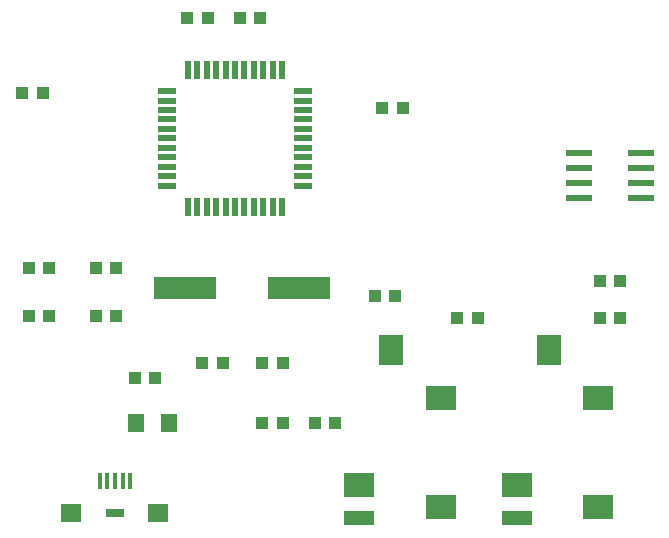
<source format=gtp>
G75*
%MOIN*%
%OFA0B0*%
%FSLAX24Y24*%
%IPPOS*%
%LPD*%
%AMOC8*
5,1,8,0,0,1.08239X$1,22.5*
%
%ADD10R,0.0591X0.0197*%
%ADD11R,0.0197X0.0591*%
%ADD12R,0.2100X0.0760*%
%ADD13R,0.0157X0.0551*%
%ADD14R,0.0709X0.0591*%
%ADD15R,0.0591X0.0276*%
%ADD16R,0.0433X0.0394*%
%ADD17R,0.0984X0.0787*%
%ADD18R,0.0787X0.0984*%
%ADD19R,0.0984X0.0472*%
%ADD20R,0.0551X0.0630*%
%ADD21R,0.0866X0.0236*%
D10*
X006317Y013060D03*
X006317Y013375D03*
X006317Y013690D03*
X006317Y014005D03*
X006317Y014320D03*
X006317Y014635D03*
X006317Y014950D03*
X006317Y015265D03*
X006317Y015580D03*
X006317Y015894D03*
X006317Y016209D03*
X010883Y016209D03*
X010883Y015894D03*
X010883Y015580D03*
X010883Y015265D03*
X010883Y014950D03*
X010883Y014635D03*
X010883Y014320D03*
X010883Y014005D03*
X010883Y013690D03*
X010883Y013375D03*
X010883Y013060D03*
D11*
X010175Y012351D03*
X009860Y012351D03*
X009545Y012351D03*
X009230Y012351D03*
X008915Y012351D03*
X008600Y012351D03*
X008285Y012351D03*
X007970Y012351D03*
X007655Y012351D03*
X007340Y012351D03*
X007025Y012351D03*
X007025Y016918D03*
X007340Y016918D03*
X007655Y016918D03*
X007970Y016918D03*
X008285Y016918D03*
X008600Y016918D03*
X008915Y016918D03*
X009230Y016918D03*
X009545Y016918D03*
X009860Y016918D03*
X010175Y016918D03*
D12*
X010750Y009635D03*
X006950Y009635D03*
D13*
X005112Y003198D03*
X004856Y003198D03*
X004600Y003198D03*
X004344Y003198D03*
X004088Y003198D03*
D14*
X003150Y002135D03*
X006050Y002135D03*
D15*
X004600Y002135D03*
D16*
X009515Y005135D03*
X010185Y005135D03*
X011265Y005135D03*
X011935Y005135D03*
X010185Y007135D03*
X009515Y007135D03*
X008185Y007135D03*
X007515Y007135D03*
X005935Y006635D03*
X005265Y006635D03*
X004622Y008721D03*
X003952Y008721D03*
X002403Y008721D03*
X001734Y008721D03*
X001734Y010296D03*
X002403Y010296D03*
X003952Y010296D03*
X004622Y010296D03*
X002185Y016135D03*
X001515Y016135D03*
X007015Y018635D03*
X007685Y018635D03*
X008765Y018635D03*
X009435Y018635D03*
X013515Y015635D03*
X014185Y015635D03*
X020765Y009885D03*
X021435Y009885D03*
X021435Y008635D03*
X020765Y008635D03*
X016685Y008635D03*
X016015Y008635D03*
X013935Y009385D03*
X013265Y009385D03*
D17*
X015458Y005991D03*
X017992Y003078D03*
X015458Y002330D03*
X012742Y003078D03*
X020708Y002330D03*
X020708Y005991D03*
D18*
X019055Y007585D03*
X013805Y007585D03*
D19*
X012742Y001975D03*
X017992Y001975D03*
D20*
X006401Y005135D03*
X005299Y005135D03*
D21*
X020076Y012635D03*
X020076Y013135D03*
X020076Y013635D03*
X020076Y014135D03*
X022124Y014135D03*
X022124Y013635D03*
X022124Y013135D03*
X022124Y012635D03*
M02*

</source>
